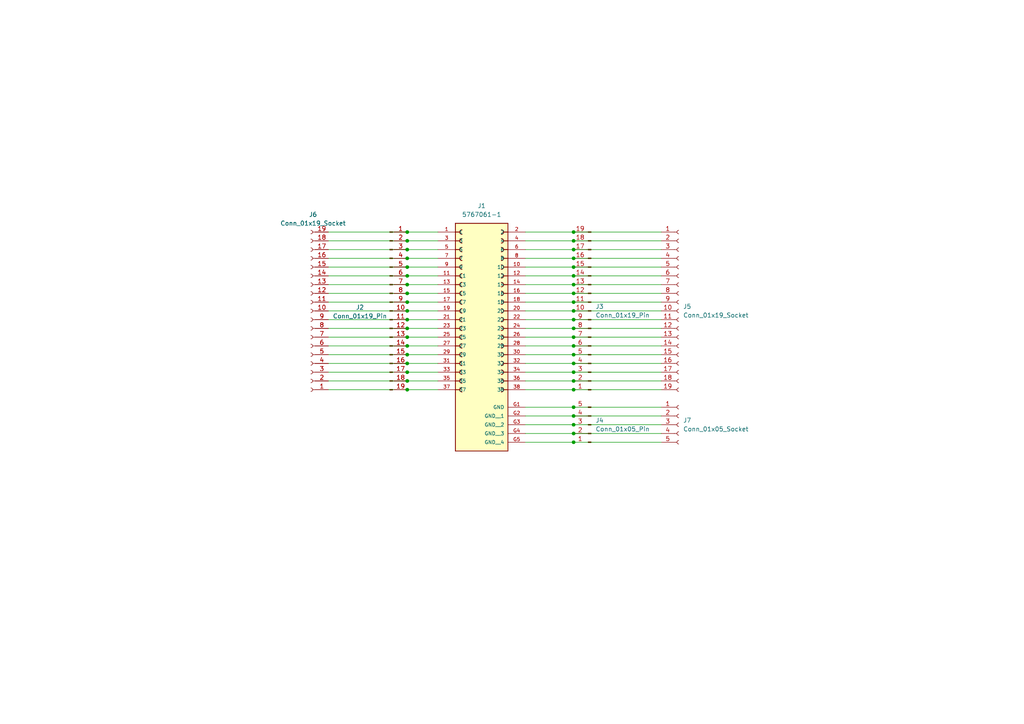
<source format=kicad_sch>
(kicad_sch (version 20250114) (generator "eeschema") (generator_version "9.0")
  (paper "A4")
  (lib_symbols
    (symbol "5767061-1:5767061-1" (pin_names (offset 1.016))
      (property "Reference" "J" (at -7.62 28.702 0))
      (property "Value" "5767061-1" (at -7.62 -40.64 0))
      (symbol "5767061-1_0_0"
        (polyline (pts (xy -7.62 25.4) (xy -6.35 25.4)) (stroke (width 0.254)))
        (polyline (pts (xy -7.62 22.86) (xy -6.35 22.86)) (stroke (width 0.254)))
        (polyline (pts (xy -7.62 20.32) (xy -6.35 20.32)) (stroke (width 0.254)))
        (polyline (pts (xy -7.62 17.78) (xy -6.35 17.78)) (stroke (width 0.254)))
        (polyline (pts (xy -7.62 15.24) (xy -6.35 15.24)) (stroke (width 0.254)))
        (polyline (pts (xy -7.62 12.7) (xy -6.35 12.7)) (stroke (width 0.254)))
        (polyline (pts (xy -7.62 10.16) (xy -6.35 10.16)) (stroke (width 0.254)))
        (polyline (pts (xy -7.62 7.62) (xy -6.35 7.62)) (stroke (width 0.254)))
        (polyline (pts (xy -7.62 5.08) (xy -6.35 5.08)) (stroke (width 0.254)))
        (polyline (pts (xy -7.62 2.54) (xy -6.35 2.54)) (stroke (width 0.254)))
        (polyline (pts (xy -7.62 0) (xy -6.35 0)) (stroke (width 0.254)))
        (polyline (pts (xy -7.62 -2.54) (xy -6.35 -2.54)) (stroke (width 0.254)))
        (polyline (pts (xy -7.62 -5.08) (xy -6.35 -5.08)) (stroke (width 0.254)))
        (polyline (pts (xy -7.62 -7.62) (xy -6.35 -7.62)) (stroke (width 0.254)))
        (polyline (pts (xy -7.62 -10.16) (xy -6.35 -10.16)) (stroke (width 0.254)))
        (polyline (pts (xy -7.62 -12.7) (xy -6.35 -12.7)) (stroke (width 0.254)))
        (polyline (pts (xy -7.62 -15.24) (xy -6.35 -15.24)) (stroke (width 0.254)))
        (polyline (pts (xy -7.62 -17.78) (xy -6.35 -17.78)) (stroke (width 0.254)))
        (polyline (pts (xy -7.62 -20.32) (xy -6.35 -20.32)) (stroke (width 0.254)))
        (rectangle (start -7.62 -38.1) (end 7.62 27.94) (stroke (width 0.254)) (fill (type background)))
        (arc (start -5.715 24.765) (mid -6.3472 25.4) (end -5.715 26.035) (stroke (width 0.254)))
        (arc (start -5.715 22.225) (mid -6.3472 22.86) (end -5.715 23.495) (stroke (width 0.254)))
        (arc (start -5.715 19.685) (mid -6.3472 20.32) (end -5.715 20.955) (stroke (width 0.254)))
        (arc (start -5.715 17.145) (mid -6.3472 17.78) (end -5.715 18.415) (stroke (width 0.254)))
        (arc (start -5.715 14.605) (mid -6.3472 15.24) (end -5.715 15.875) (stroke (width 0.254)))
        (arc (start -5.715 12.065) (mid -6.3472 12.7) (end -5.715 13.335) (stroke (width 0.254)))
        (arc (start -5.715 9.525) (mid -6.3472 10.16) (end -5.715 10.795) (stroke (width 0.254)))
        (arc (start -5.715 6.985) (mid -6.3472 7.62) (end -5.715 8.255) (stroke (width 0.254)))
        (arc (start -5.715 4.445) (mid -6.3472 5.08) (end -5.715 5.715) (stroke (width 0.254)))
        (arc (start -5.715 1.905) (mid -6.3472 2.54) (end -5.715 3.175) (stroke (width 0.254)))
        (arc (start -5.715 -0.635) (mid -6.3472 0) (end -5.715 0.635) (stroke (width 0.254)))
        (arc (start -5.715 -3.175) (mid -6.3472 -2.54) (end -5.715 -1.905) (stroke (width 0.254)))
        (arc (start -5.715 -5.715) (mid -6.3472 -5.08) (end -5.715 -4.445) (stroke (width 0.254)))
        (arc (start -5.715 -8.255) (mid -6.3472 -7.62) (end -5.715 -6.985) (stroke (width 0.254)))
        (arc (start -5.715 -10.795) (mid -6.3472 -10.16) (end -5.715 -9.525) (stroke (width 0.254)))
        (arc (start -5.715 -13.335) (mid -6.3472 -12.7) (end -5.715 -12.065) (stroke (width 0.254)))
        (arc (start -5.715 -15.875) (mid -6.3472 -15.24) (end -5.715 -14.605) (stroke (width 0.254)))
        (arc (start -5.715 -18.415) (mid -6.3472 -17.78) (end -5.715 -17.145) (stroke (width 0.254)))
        (arc (start -5.715 -20.955) (mid -6.3472 -20.32) (end -5.715 -19.685) (stroke (width 0.254)))
        (arc (start 5.715 26.035) (mid 6.3472 25.4) (end 5.715 24.765) (stroke (width 0.254)))
        (arc (start 5.715 23.495) (mid 6.3472 22.86) (end 5.715 22.225) (stroke (width 0.254)))
        (arc (start 5.715 20.955) (mid 6.3472 20.32) (end 5.715 19.685) (stroke (width 0.254)))
        (arc (start 5.715 18.415) (mid 6.3472 17.78) (end 5.715 17.145) (stroke (width 0.254)))
        (arc (start 5.715 15.875) (mid 6.3472 15.24) (end 5.715 14.605) (stroke (width 0.254)))
        (arc (start 5.715 13.335) (mid 6.3472 12.7) (end 5.715 12.065) (stroke (width 0.254)))
        (arc (start 5.715 10.795) (mid 6.3472 10.16) (end 5.715 9.525) (stroke (width 0.254)))
        (arc (start 5.715 8.255) (mid 6.3472 7.62) (end 5.715 6.985) (stroke (width 0.254)))
        (arc (start 5.715 5.715) (mid 6.3472 5.08) (end 5.715 4.445) (stroke (width 0.254)))
        (arc (start 5.715 3.175) (mid 6.3472 2.54) (end 5.715 1.905) (stroke (width 0.254)))
        (arc (start 5.715 0.635) (mid 6.3472 0) (end 5.715 -0.635) (stroke (width 0.254)))
        (arc (start 5.715 -1.905) (mid 6.3472 -2.54) (end 5.715 -3.175) (stroke (width 0.254)))
        (arc (start 5.715 -4.445) (mid 6.3472 -5.08) (end 5.715 -5.715) (stroke (width 0.254)))
        (arc (start 5.715 -6.985) (mid 6.3472 -7.62) (end 5.715 -8.255) (stroke (width 0.254)))
        (arc (start 5.715 -9.525) (mid 6.3472 -10.16) (end 5.715 -10.795) (stroke (width 0.254)))
        (arc (start 5.715 -12.065) (mid 6.3472 -12.7) (end 5.715 -13.335) (stroke (width 0.254)))
        (arc (start 5.715 -14.605) (mid 6.3472 -15.24) (end 5.715 -15.875) (stroke (width 0.254)))
        (arc (start 5.715 -17.145) (mid 6.3472 -17.78) (end 5.715 -18.415) (stroke (width 0.254)))
        (arc (start 5.715 -19.685) (mid 6.3472 -20.32) (end 5.715 -20.955) (stroke (width 0.254)))
        (polyline (pts (xy 7.62 25.4) (xy 6.35 25.4)) (stroke (width 0.254)))
        (polyline (pts (xy 7.62 22.86) (xy 6.35 22.86)) (stroke (width 0.254)))
        (polyline (pts (xy 7.62 20.32) (xy 6.35 20.32)) (stroke (width 0.254)))
        (polyline (pts (xy 7.62 17.78) (xy 6.35 17.78)) (stroke (width 0.254)))
        (polyline (pts (xy 7.62 15.24) (xy 6.35 15.24)) (stroke (width 0.254)))
        (polyline (pts (xy 7.62 12.7) (xy 6.35 12.7)) (stroke (width 0.254)))
        (polyline (pts (xy 7.62 10.16) (xy 6.35 10.16)) (stroke (width 0.254)))
        (polyline (pts (xy 7.62 7.62) (xy 6.35 7.62)) (stroke (width 0.254)))
        (polyline (pts (xy 7.62 5.08) (xy 6.35 5.08)) (stroke (width 0.254)))
        (polyline (pts (xy 7.62 2.54) (xy 6.35 2.54)) (stroke (width 0.254)))
        (polyline (pts (xy 7.62 0) (xy 6.35 0)) (stroke (width 0.254)))
        (polyline (pts (xy 7.62 -2.54) (xy 6.35 -2.54)) (stroke (width 0.254)))
        (polyline (pts (xy 7.62 -5.08) (xy 6.35 -5.08)) (stroke (width 0.254)))
        (polyline (pts (xy 7.62 -7.62) (xy 6.35 -7.62)) (stroke (width 0.254)))
        (polyline (pts (xy 7.62 -10.16) (xy 6.35 -10.16)) (stroke (width 0.254)))
        (polyline (pts (xy 7.62 -12.7) (xy 6.35 -12.7)) (stroke (width 0.254)))
        (polyline (pts (xy 7.62 -15.24) (xy 6.35 -15.24)) (stroke (width 0.254)))
        (polyline (pts (xy 7.62 -17.78) (xy 6.35 -17.78)) (stroke (width 0.254)))
        (polyline (pts (xy 7.62 -20.32) (xy 6.35 -20.32)) (stroke (width 0.254)))
        (pin passive line (at -12.7 25.4 0) (length 5.08) (name "1") (number "1"))
        (pin passive line (at -12.7 22.86 0) (length 5.08) (name "3") (number "3"))
        (pin passive line (at -12.7 20.32 0) (length 5.08) (name "5") (number "5"))
        (pin passive line (at -12.7 17.78 0) (length 5.08) (name "7") (number "7"))
        (pin passive line (at -12.7 15.24 0) (length 5.08) (name "9") (number "9"))
        (pin passive line (at -12.7 12.7 0) (length 5.08) (name "11") (number "11"))
        (pin passive line (at -12.7 10.16 0) (length 5.08) (name "13") (number "13"))
        (pin passive line (at -12.7 7.62 0) (length 5.08) (name "15") (number "15"))
        (pin passive line (at -12.7 5.08 0) (length 5.08) (name "17") (number "17"))
        (pin passive line (at -12.7 2.54 0) (length 5.08) (name "19") (number "19"))
        (pin passive line (at -12.7 0 0) (length 5.08) (name "21") (number "21"))
        (pin passive line (at -12.7 -2.54 0) (length 5.08) (name "23") (number "23"))
        (pin passive line (at -12.7 -5.08 0) (length 5.08) (name "25") (number "25"))
        (pin passive line (at -12.7 -7.62 0) (length 5.08) (name "27") (number "27"))
        (pin passive line (at -12.7 -10.16 0) (length 5.08) (name "29") (number "29"))
        (pin passive line (at -12.7 -12.7 0) (length 5.08) (name "31") (number "31"))
        (pin passive line (at -12.7 -15.24 0) (length 5.08) (name "33") (number "33"))
        (pin passive line (at -12.7 -17.78 0) (length 5.08) (name "35") (number "35"))
        (pin passive line (at -12.7 -20.32 0) (length 5.08) (name "37") (number "37"))
        (pin passive line (at 12.7 25.4 180) (length 5.08) (name "2") (number "2"))
        (pin passive line (at 12.7 22.86 180) (length 5.08) (name "4") (number "4"))
        (pin passive line (at 12.7 20.32 180) (length 5.08) (name "6") (number "6"))
        (pin passive line (at 12.7 17.78 180) (length 5.08) (name "8") (number "8"))
        (pin passive line (at 12.7 15.24 180) (length 5.08) (name "10") (number "10"))
        (pin passive line (at 12.7 12.7 180) (length 5.08) (name "12") (number "12"))
        (pin passive line (at 12.7 10.16 180) (length 5.08) (name "14") (number "14"))
        (pin passive line (at 12.7 7.62 180) (length 5.08) (name "16") (number "16"))
        (pin passive line (at 12.7 5.08 180) (length 5.08) (name "18") (number "18"))
        (pin passive line (at 12.7 2.54 180) (length 5.08) (name "20") (number "20"))
        (pin passive line (at 12.7 0 180) (length 5.08) (name "22") (number "22"))
        (pin passive line (at 12.7 -2.54 180) (length 5.08) (name "24") (number "24"))
        (pin passive line (at 12.7 -5.08 180) (length 5.08) (name "26") (number "26"))
        (pin passive line (at 12.7 -7.62 180) (length 5.08) (name "28") (number "28"))
        (pin passive line (at 12.7 -10.16 180) (length 5.08) (name "30") (number "30"))
        (pin passive line (at 12.7 -12.7 180) (length 5.08) (name "32") (number "32"))
        (pin passive line (at 12.7 -15.24 180) (length 5.08) (name "34") (number "34"))
        (pin passive line (at 12.7 -17.78 180) (length 5.08) (name "36") (number "36"))
        (pin passive line (at 12.7 -20.32 180) (length 5.08) (name "38") (number "38"))
        (pin power_in line (at 12.7 -25.4 180) (length 5.08) (name "GND") (number "G1"))
        (pin power_in line (at 12.7 -27.94 180) (length 5.08) (name "GND__1") (number "G2"))
        (pin power_in line (at 12.7 -30.48 180) (length 5.08) (name "GND__2") (number "G3"))
        (pin power_in line (at 12.7 -33.02 180) (length 5.08) (name "GND__3") (number "G4"))
        (pin power_in line (at 12.7 -35.56 180) (length 5.08) (name "GND__4") (number "G5"))
      )
    )
    (symbol "Connector:Conn_01x05_Pin" (pin_names (offset 1.016) (hide yes))
      (property "Reference" "J" (at 0 7.62 0))
      (property "Value" "Conn_01x05_Pin" (at 0 -7.62 0))
      (symbol "Conn_01x05_Pin_1_1"
        (rectangle (start 0.8636 5.207) (end 0 4.953) (stroke (width 0.1524)) (fill (type outline)))
        (rectangle (start 0.8636 2.667) (end 0 2.413) (stroke (width 0.1524)) (fill (type outline)))
        (rectangle (start 0.8636 0.127) (end 0 -0.127) (stroke (width 0.1524)) (fill (type outline)))
        (rectangle (start 0.8636 -2.413) (end 0 -2.667) (stroke (width 0.1524)) (fill (type outline)))
        (rectangle (start 0.8636 -4.953) (end 0 -5.207) (stroke (width 0.1524)) (fill (type outline)))
        (polyline (pts (xy 1.27 5.08) (xy 0.8636 5.08)) (stroke (width 0.1524)))
        (polyline (pts (xy 1.27 2.54) (xy 0.8636 2.54)) (stroke (width 0.1524)))
        (polyline (pts (xy 1.27 0) (xy 0.8636 0)) (stroke (width 0.1524)))
        (polyline (pts (xy 1.27 -2.54) (xy 0.8636 -2.54)) (stroke (width 0.1524)))
        (polyline (pts (xy 1.27 -5.08) (xy 0.8636 -5.08)) (stroke (width 0.1524)))
        (pin passive line (at 5.08 5.08 180) (length 3.81) (name "Pin_1") (number "1"))
        (pin passive line (at 5.08 2.54 180) (length 3.81) (name "Pin_2") (number "2"))
        (pin passive line (at 5.08 0 180) (length 3.81) (name "Pin_3") (number "3"))
        (pin passive line (at 5.08 -2.54 180) (length 3.81) (name "Pin_4") (number "4"))
        (pin passive line (at 5.08 -5.08 180) (length 3.81) (name "Pin_5") (number "5"))
      )
    )
    (symbol "Connector:Conn_01x05_Socket" (pin_names (offset 1.016) (hide yes))
      (property "Reference" "J" (at 0 7.62 0))
      (property "Value" "Conn_01x05_Socket" (at 0 -7.62 0))
      (symbol "Conn_01x05_Socket_1_1"
        (polyline (pts (xy -1.27 5.08) (xy -0.508 5.08)) (stroke (width 0.1524)))
        (polyline (pts (xy -1.27 2.54) (xy -0.508 2.54)) (stroke (width 0.1524)))
        (polyline (pts (xy -1.27 0) (xy -0.508 0)) (stroke (width 0.1524)))
        (polyline (pts (xy -1.27 -2.54) (xy -0.508 -2.54)) (stroke (width 0.1524)))
        (polyline (pts (xy -1.27 -5.08) (xy -0.508 -5.08)) (stroke (width 0.1524)))
        (arc (start 0 4.572) (mid -0.5058 5.08) (end 0 5.588) (stroke (width 0.1524)))
        (arc (start 0 2.032) (mid -0.5058 2.54) (end 0 3.048) (stroke (width 0.1524)))
        (arc (start 0 -0.508) (mid -0.5058 0) (end 0 0.508) (stroke (width 0.1524)))
        (arc (start 0 -3.048) (mid -0.5058 -2.54) (end 0 -2.032) (stroke (width 0.1524)))
        (arc (start 0 -5.588) (mid -0.5058 -5.08) (end 0 -4.572) (stroke (width 0.1524)))
        (pin passive line (at -5.08 5.08 0) (length 3.81) (name "Pin_1") (number "1"))
        (pin passive line (at -5.08 2.54 0) (length 3.81) (name "Pin_2") (number "2"))
        (pin passive line (at -5.08 0 0) (length 3.81) (name "Pin_3") (number "3"))
        (pin passive line (at -5.08 -2.54 0) (length 3.81) (name "Pin_4") (number "4"))
        (pin passive line (at -5.08 -5.08 0) (length 3.81) (name "Pin_5") (number "5"))
      )
    )
    (symbol "Connector:Conn_01x19_Pin" (pin_names (offset 1.016) (hide yes))
      (property "Reference" "J" (at 0 25.4 0))
      (property "Value" "Conn_01x19_Pin" (at 0 -25.4 0))
      (symbol "Conn_01x19_Pin_1_1"
        (rectangle (start 0.8636 22.987) (end 0 22.733) (stroke (width 0.1524)) (fill (type outline)))
        (rectangle (start 0.8636 20.447) (end 0 20.193) (stroke (width 0.1524)) (fill (type outline)))
        (rectangle (start 0.8636 17.907) (end 0 17.653) (stroke (width 0.1524)) (fill (type outline)))
        (rectangle (start 0.8636 15.367) (end 0 15.113) (stroke (width 0.1524)) (fill (type outline)))
        (rectangle (start 0.8636 12.827) (end 0 12.573) (stroke (width 0.1524)) (fill (type outline)))
        (rectangle (start 0.8636 10.287) (end 0 10.033) (stroke (width 0.1524)) (fill (type outline)))
        (rectangle (start 0.8636 7.747) (end 0 7.493) (stroke (width 0.1524)) (fill (type outline)))
        (rectangle (start 0.8636 5.207) (end 0 4.953) (stroke (width 0.1524)) (fill (type outline)))
        (rectangle (start 0.8636 2.667) (end 0 2.413) (stroke (width 0.1524)) (fill (type outline)))
        (rectangle (start 0.8636 0.127) (end 0 -0.127) (stroke (width 0.1524)) (fill (type outline)))
        (rectangle (start 0.8636 -2.413) (end 0 -2.667) (stroke (width 0.1524)) (fill (type outline)))
        (rectangle (start 0.8636 -4.953) (end 0 -5.207) (stroke (width 0.1524)) (fill (type outline)))
        (rectangle (start 0.8636 -7.493) (end 0 -7.747) (stroke (width 0.1524)) (fill (type outline)))
        (rectangle (start 0.8636 -10.033) (end 0 -10.287) (stroke (width 0.1524)) (fill (type outline)))
        (rectangle (start 0.8636 -12.573) (end 0 -12.827) (stroke (width 0.1524)) (fill (type outline)))
        (rectangle (start 0.8636 -15.113) (end 0 -15.367) (stroke (width 0.1524)) (fill (type outline)))
        (rectangle (start 0.8636 -17.653) (end 0 -17.907) (stroke (width 0.1524)) (fill (type outline)))
        (rectangle (start 0.8636 -20.193) (end 0 -20.447) (stroke (width 0.1524)) (fill (type outline)))
        (rectangle (start 0.8636 -22.733) (end 0 -22.987) (stroke (width 0.1524)) (fill (type outline)))
        (polyline (pts (xy 1.27 22.86) (xy 0.8636 22.86)) (stroke (width 0.1524)))
        (polyline (pts (xy 1.27 20.32) (xy 0.8636 20.32)) (stroke (width 0.1524)))
        (polyline (pts (xy 1.27 17.78) (xy 0.8636 17.78)) (stroke (width 0.1524)))
        (polyline (pts (xy 1.27 15.24) (xy 0.8636 15.24)) (stroke (width 0.1524)))
        (polyline (pts (xy 1.27 12.7) (xy 0.8636 12.7)) (stroke (width 0.1524)))
        (polyline (pts (xy 1.27 10.16) (xy 0.8636 10.16)) (stroke (width 0.1524)))
        (polyline (pts (xy 1.27 7.62) (xy 0.8636 7.62)) (stroke (width 0.1524)))
        (polyline (pts (xy 1.27 5.08) (xy 0.8636 5.08)) (stroke (width 0.1524)))
        (polyline (pts (xy 1.27 2.54) (xy 0.8636 2.54)) (stroke (width 0.1524)))
        (polyline (pts (xy 1.27 0) (xy 0.8636 0)) (stroke (width 0.1524)))
        (polyline (pts (xy 1.27 -2.54) (xy 0.8636 -2.54)) (stroke (width 0.1524)))
        (polyline (pts (xy 1.27 -5.08) (xy 0.8636 -5.08)) (stroke (width 0.1524)))
        (polyline (pts (xy 1.27 -7.62) (xy 0.8636 -7.62)) (stroke (width 0.1524)))
        (polyline (pts (xy 1.27 -10.16) (xy 0.8636 -10.16)) (stroke (width 0.1524)))
        (polyline (pts (xy 1.27 -12.7) (xy 0.8636 -12.7)) (stroke (width 0.1524)))
        (polyline (pts (xy 1.27 -15.24) (xy 0.8636 -15.24)) (stroke (width 0.1524)))
        (polyline (pts (xy 1.27 -17.78) (xy 0.8636 -17.78)) (stroke (width 0.1524)))
        (polyline (pts (xy 1.27 -20.32) (xy 0.8636 -20.32)) (stroke (width 0.1524)))
        (polyline (pts (xy 1.27 -22.86) (xy 0.8636 -22.86)) (stroke (width 0.1524)))
        (pin passive line (at 5.08 22.86 180) (length 3.81) (name "Pin_1") (number "1"))
        (pin passive line (at 5.08 20.32 180) (length 3.81) (name "Pin_2") (number "2"))
        (pin passive line (at 5.08 17.78 180) (length 3.81) (name "Pin_3") (number "3"))
        (pin passive line (at 5.08 15.24 180) (length 3.81) (name "Pin_4") (number "4"))
        (pin passive line (at 5.08 12.7 180) (length 3.81) (name "Pin_5") (number "5"))
        (pin passive line (at 5.08 10.16 180) (length 3.81) (name "Pin_6") (number "6"))
        (pin passive line (at 5.08 7.62 180) (length 3.81) (name "Pin_7") (number "7"))
        (pin passive line (at 5.08 5.08 180) (length 3.81) (name "Pin_8") (number "8"))
        (pin passive line (at 5.08 2.54 180) (length 3.81) (name "Pin_9") (number "9"))
        (pin passive line (at 5.08 0 180) (length 3.81) (name "Pin_10") (number "10"))
        (pin passive line (at 5.08 -2.54 180) (length 3.81) (name "Pin_11") (number "11"))
        (pin passive line (at 5.08 -5.08 180) (length 3.81) (name "Pin_12") (number "12"))
        (pin passive line (at 5.08 -7.62 180) (length 3.81) (name "Pin_13") (number "13"))
        (pin passive line (at 5.08 -10.16 180) (length 3.81) (name "Pin_14") (number "14"))
        (pin passive line (at 5.08 -12.7 180) (length 3.81) (name "Pin_15") (number "15"))
        (pin passive line (at 5.08 -15.24 180) (length 3.81) (name "Pin_16") (number "16"))
        (pin passive line (at 5.08 -17.78 180) (length 3.81) (name "Pin_17") (number "17"))
        (pin passive line (at 5.08 -20.32 180) (length 3.81) (name "Pin_18") (number "18"))
        (pin passive line (at 5.08 -22.86 180) (length 3.81) (name "Pin_19") (number "19"))
      )
    )
    (symbol "Connector:Conn_01x19_Socket" (pin_names (offset 1.016) (hide yes))
      (property "Reference" "J" (at 0 25.4 0))
      (property "Value" "Conn_01x19_Socket" (at 0 -25.4 0))
      (symbol "Conn_01x19_Socket_1_1"
        (polyline (pts (xy -1.27 22.86) (xy -0.508 22.86)) (stroke (width 0.1524)))
        (polyline (pts (xy -1.27 20.32) (xy -0.508 20.32)) (stroke (width 0.1524)))
        (polyline (pts (xy -1.27 17.78) (xy -0.508 17.78)) (stroke (width 0.1524)))
        (polyline (pts (xy -1.27 15.24) (xy -0.508 15.24)) (stroke (width 0.1524)))
        (polyline (pts (xy -1.27 12.7) (xy -0.508 12.7)) (stroke (width 0.1524)))
        (polyline (pts (xy -1.27 10.16) (xy -0.508 10.16)) (stroke (width 0.1524)))
        (polyline (pts (xy -1.27 7.62) (xy -0.508 7.62)) (stroke (width 0.1524)))
        (polyline (pts (xy -1.27 5.08) (xy -0.508 5.08)) (stroke (width 0.1524)))
        (polyline (pts (xy -1.27 2.54) (xy -0.508 2.54)) (stroke (width 0.1524)))
        (polyline (pts (xy -1.27 0) (xy -0.508 0)) (stroke (width 0.1524)))
        (polyline (pts (xy -1.27 -2.54) (xy -0.508 -2.54)) (stroke (width 0.1524)))
        (polyline (pts (xy -1.27 -5.08) (xy -0.508 -5.08)) (stroke (width 0.1524)))
        (polyline (pts (xy -1.27 -7.62) (xy -0.508 -7.62)) (stroke (width 0.1524)))
        (polyline (pts (xy -1.27 -10.16) (xy -0.508 -10.16)) (stroke (width 0.1524)))
        (polyline (pts (xy -1.27 -12.7) (xy -0.508 -12.7)) (stroke (width 0.1524)))
        (polyline (pts (xy -1.27 -15.24) (xy -0.508 -15.24)) (stroke (width 0.1524)))
        (polyline (pts (xy -1.27 -17.78) (xy -0.508 -17.78)) (stroke (width 0.1524)))
        (polyline (pts (xy -1.27 -20.32) (xy -0.508 -20.32)) (stroke (width 0.1524)))
        (polyline (pts (xy -1.27 -22.86) (xy -0.508 -22.86)) (stroke (width 0.1524)))
        (arc (start 0 22.352) (mid -0.5058 22.86) (end 0 23.368) (stroke (width 0.1524)))
        (arc (start 0 19.812) (mid -0.5058 20.32) (end 0 20.828) (stroke (width 0.1524)))
        (arc (start 0 17.272) (mid -0.5058 17.78) (end 0 18.288) (stroke (width 0.1524)))
        (arc (start 0 14.732) (mid -0.5058 15.24) (end 0 15.748) (stroke (width 0.1524)))
        (arc (start 0 12.192) (mid -0.5058 12.7) (end 0 13.208) (stroke (width 0.1524)))
        (arc (start 0 9.652) (mid -0.5058 10.16) (end 0 10.668) (stroke (width 0.1524)))
        (arc (start 0 7.112) (mid -0.5058 7.62) (end 0 8.128) (stroke (width 0.1524)))
        (arc (start 0 4.572) (mid -0.5058 5.08) (end 0 5.588) (stroke (width 0.1524)))
        (arc (start 0 2.032) (mid -0.5058 2.54) (end 0 3.048) (stroke (width 0.1524)))
        (arc (start 0 -0.508) (mid -0.5058 0) (end 0 0.508) (stroke (width 0.1524)))
        (arc (start 0 -3.048) (mid -0.5058 -2.54) (end 0 -2.032) (stroke (width 0.1524)))
        (arc (start 0 -5.588) (mid -0.5058 -5.08) (end 0 -4.572) (stroke (width 0.1524)))
        (arc (start 0 -8.128) (mid -0.5058 -7.62) (end 0 -7.112) (stroke (width 0.1524)))
        (arc (start 0 -10.668) (mid -0.5058 -10.16) (end 0 -9.652) (stroke (width 0.1524)))
        (arc (start 0 -13.208) (mid -0.5058 -12.7) (end 0 -12.192) (stroke (width 0.1524)))
        (arc (start 0 -15.748) (mid -0.5058 -15.24) (end 0 -14.732) (stroke (width 0.1524)))
        (arc (start 0 -18.288) (mid -0.5058 -17.78) (end 0 -17.272) (stroke (width 0.1524)))
        (arc (start 0 -20.828) (mid -0.5058 -20.32) (end 0 -19.812) (stroke (width 0.1524)))
        (arc (start 0 -23.368) (mid -0.5058 -22.86) (end 0 -22.352) (stroke (width 0.1524)))
        (pin passive line (at -5.08 22.86 0) (length 3.81) (name "Pin_1") (number "1"))
        (pin passive line (at -5.08 20.32 0) (length 3.81) (name "Pin_2") (number "2"))
        (pin passive line (at -5.08 17.78 0) (length 3.81) (name "Pin_3") (number "3"))
        (pin passive line (at -5.08 15.24 0) (length 3.81) (name "Pin_4") (number "4"))
        (pin passive line (at -5.08 12.7 0) (length 3.81) (name "Pin_5") (number "5"))
        (pin passive line (at -5.08 10.16 0) (length 3.81) (name "Pin_6") (number "6"))
        (pin passive line (at -5.08 7.62 0) (length 3.81) (name "Pin_7") (number "7"))
        (pin passive line (at -5.08 5.08 0) (length 3.81) (name "Pin_8") (number "8"))
        (pin passive line (at -5.08 2.54 0) (length 3.81) (name "Pin_9") (number "9"))
        (pin passive line (at -5.08 0 0) (length 3.81) (name "Pin_10") (number "10"))
        (pin passive line (at -5.08 -2.54 0) (length 3.81) (name "Pin_11") (number "11"))
        (pin passive line (at -5.08 -5.08 0) (length 3.81) (name "Pin_12") (number "12"))
        (pin passive line (at -5.08 -7.62 0) (length 3.81) (name "Pin_13") (number "13"))
        (pin passive line (at -5.08 -10.16 0) (length 3.81) (name "Pin_14") (number "14"))
        (pin passive line (at -5.08 -12.7 0) (length 3.81) (name "Pin_15") (number "15"))
        (pin passive line (at -5.08 -15.24 0) (length 3.81) (name "Pin_16") (number "16"))
        (pin passive line (at -5.08 -17.78 0) (length 3.81) (name "Pin_17") (number "17"))
        (pin passive line (at -5.08 -20.32 0) (length 3.81) (name "Pin_18") (number "18"))
        (pin passive line (at -5.08 -22.86 0) (length 3.81) (name "Pin_19") (number "19"))
      )
    )
  )
  (junction (at 166.37 67.31))
  (junction (at 166.37 95.25))
  (junction (at 118.11 97.79))
  (junction (at 166.37 120.65))
  (junction (at 118.11 87.63))
  (junction (at 118.11 100.33))
  (junction (at 118.11 85.09))
  (junction (at 166.37 123.19))
  (junction (at 166.37 72.39))
  (junction (at 166.37 102.87))
  (junction (at 118.11 107.95))
  (junction (at 118.11 72.39))
  (junction (at 118.11 105.41))
  (junction (at 166.37 92.71))
  (junction (at 118.11 102.87))
  (junction (at 166.37 97.79))
  (junction (at 166.37 113.03))
  (junction (at 118.11 77.47))
  (junction (at 118.11 82.55))
  (junction (at 118.11 113.03))
  (junction (at 118.11 74.93))
  (junction (at 118.11 67.31))
  (junction (at 118.11 80.01))
  (junction (at 166.37 69.85))
  (junction (at 166.37 74.93))
  (junction (at 166.37 85.09))
  (junction (at 166.37 77.47))
  (junction (at 118.11 90.17))
  (junction (at 166.37 100.33))
  (junction (at 118.11 95.25))
  (junction (at 166.37 128.27))
  (junction (at 118.11 92.71))
  (junction (at 166.37 118.11))
  (junction (at 118.11 69.85))
  (junction (at 166.37 107.95))
  (junction (at 166.37 80.01))
  (junction (at 166.37 110.49))
  (junction (at 118.11 110.49))
  (junction (at 166.37 87.63))
  (junction (at 166.37 82.55))
  (junction (at 166.37 125.73))
  (junction (at 166.37 90.17))
  (junction (at 166.37 105.41))
  (wire (pts (xy 152.4 125.73) (xy 166.37 125.73)))
  (wire (pts (xy 166.37 118.11) (xy 191.77 118.11)))
  (wire (pts (xy 191.77 105.41) (xy 166.37 105.41)))
  (wire (pts (xy 191.77 90.17) (xy 166.37 90.17)))
  (wire (pts (xy 166.37 125.73) (xy 191.77 125.73)))
  (wire (pts (xy 191.77 92.71) (xy 166.37 92.71)))
  (wire (pts (xy 95.25 107.95) (xy 118.11 107.95)))
  (wire (pts (xy 191.77 97.79) (xy 166.37 97.79)))
  (wire (pts (xy 166.37 82.55) (xy 152.4 82.55)))
  (wire (pts (xy 152.4 123.19) (xy 166.37 123.19)))
  (wire (pts (xy 166.37 80.01) (xy 152.4 80.01)))
  (wire (pts (xy 95.25 97.79) (xy 118.11 97.79)))
  (wire (pts (xy 95.25 69.85) (xy 118.11 69.85)))
  (wire (pts (xy 166.37 97.79) (xy 152.4 97.79)))
  (wire (pts (xy 166.37 72.39) (xy 152.4 72.39)))
  (wire (pts (xy 152.4 118.11) (xy 166.37 118.11)))
  (wire (pts (xy 166.37 90.17) (xy 152.4 90.17)))
  (wire (pts (xy 166.37 128.27) (xy 191.77 128.27)))
  (wire (pts (xy 166.37 69.85) (xy 152.4 69.85)))
  (wire (pts (xy 95.25 87.63) (xy 118.11 87.63)))
  (wire (pts (xy 191.77 95.25) (xy 166.37 95.25)))
  (wire (pts (xy 118.11 92.71) (xy 127 92.71)))
  (wire (pts (xy 95.25 74.93) (xy 118.11 74.93)))
  (wire (pts (xy 166.37 107.95) (xy 152.4 107.95)))
  (wire (pts (xy 118.11 67.31) (xy 127 67.31)))
  (wire (pts (xy 118.11 82.55) (xy 127 82.55)))
  (wire (pts (xy 118.11 102.87) (xy 127 102.87)))
  (wire (pts (xy 191.77 67.31) (xy 166.37 67.31)))
  (wire (pts (xy 95.25 100.33) (xy 118.11 100.33)))
  (wire (pts (xy 118.11 105.41) (xy 127 105.41)))
  (wire (pts (xy 95.25 67.31) (xy 118.11 67.31)))
  (wire (pts (xy 191.77 80.01) (xy 166.37 80.01)))
  (wire (pts (xy 118.11 85.09) (xy 127 85.09)))
  (wire (pts (xy 166.37 113.03) (xy 152.4 113.03)))
  (wire (pts (xy 95.25 105.41) (xy 118.11 105.41)))
  (wire (pts (xy 118.11 110.49) (xy 127 110.49)))
  (wire (pts (xy 166.37 92.71) (xy 152.4 92.71)))
  (wire (pts (xy 191.77 113.03) (xy 166.37 113.03)))
  (wire (pts (xy 191.77 87.63) (xy 166.37 87.63)))
  (wire (pts (xy 118.11 69.85) (xy 127 69.85)))
  (wire (pts (xy 152.4 120.65) (xy 166.37 120.65)))
  (wire (pts (xy 166.37 110.49) (xy 152.4 110.49)))
  (wire (pts (xy 95.25 80.01) (xy 118.11 80.01)))
  (wire (pts (xy 118.11 100.33) (xy 127 100.33)))
  (wire (pts (xy 166.37 100.33) (xy 152.4 100.33)))
  (wire (pts (xy 118.11 90.17) (xy 127 90.17)))
  (wire (pts (xy 152.4 128.27) (xy 166.37 128.27)))
  (wire (pts (xy 166.37 105.41) (xy 152.4 105.41)))
  (wire (pts (xy 118.11 113.03) (xy 127 113.03)))
  (wire (pts (xy 118.11 97.79) (xy 127 97.79)))
  (wire (pts (xy 191.77 85.09) (xy 166.37 85.09)))
  (wire (pts (xy 118.11 77.47) (xy 127 77.47)))
  (wire (pts (xy 95.25 82.55) (xy 118.11 82.55)))
  (wire (pts (xy 118.11 87.63) (xy 127 87.63)))
  (wire (pts (xy 191.77 72.39) (xy 166.37 72.39)))
  (wire (pts (xy 191.77 77.47) (xy 166.37 77.47)))
  (wire (pts (xy 166.37 102.87) (xy 152.4 102.87)))
  (wire (pts (xy 191.77 110.49) (xy 166.37 110.49)))
  (wire (pts (xy 166.37 87.63) (xy 152.4 87.63)))
  (wire (pts (xy 95.25 102.87) (xy 118.11 102.87)))
  (wire (pts (xy 191.77 107.95) (xy 166.37 107.95)))
  (wire (pts (xy 95.25 72.39) (xy 118.11 72.39)))
  (wire (pts (xy 118.11 107.95) (xy 127 107.95)))
  (wire (pts (xy 95.25 85.09) (xy 118.11 85.09)))
  (wire (pts (xy 166.37 85.09) (xy 152.4 85.09)))
  (wire (pts (xy 166.37 74.93) (xy 152.4 74.93)))
  (wire (pts (xy 95.25 110.49) (xy 118.11 110.49)))
  (wire (pts (xy 191.77 74.93) (xy 166.37 74.93)))
  (wire (pts (xy 191.77 82.55) (xy 166.37 82.55)))
  (wire (pts (xy 95.25 113.03) (xy 118.11 113.03)))
  (wire (pts (xy 95.25 95.25) (xy 118.11 95.25)))
  (wire (pts (xy 95.25 77.47) (xy 118.11 77.47)))
  (wire (pts (xy 118.11 74.93) (xy 127 74.93)))
  (wire (pts (xy 95.25 92.71) (xy 118.11 92.71)))
  (wire (pts (xy 166.37 95.25) (xy 152.4 95.25)))
  (wire (pts (xy 191.77 102.87) (xy 166.37 102.87)))
  (wire (pts (xy 166.37 67.31) (xy 152.4 67.31)))
  (wire (pts (xy 118.11 80.01) (xy 127 80.01)))
  (wire (pts (xy 166.37 77.47) (xy 152.4 77.47)))
  (wire (pts (xy 191.77 100.33) (xy 166.37 100.33)))
  (wire (pts (xy 166.37 120.65) (xy 191.77 120.65)))
  (wire (pts (xy 118.11 95.25) (xy 127 95.25)))
  (wire (pts (xy 166.37 123.19) (xy 191.77 123.19)))
  (wire (pts (xy 191.77 69.85) (xy 166.37 69.85)))
  (wire (pts (xy 95.25 90.17) (xy 118.11 90.17)))
  (wire (pts (xy 118.11 72.39) (xy 127 72.39)))
  (symbol (lib_id "Connector:Conn_01x19_Pin") (at 113.03 90.17 0) (unit 1)
    (property "Reference" "J2" (at 104.394 89.154 0))
    (property "Value" "Conn_01x19_Pin" (at 104.394 91.694 0))
    (property "Footprint" "Connector_PinHeader_2.54mm:PinHeader_1x19_P2.54mm_Vertical" (effects (hide yes)))
    (property "Description" "Generic connector, single row, 01x19, script generated" (effects (hide yes)))
  )
  (symbol (lib_id "Connector:Conn_01x05_Socket") (at 196.85 123.19 0) (unit 1)
    (property "Reference" "J7" (at 198.12 121.9199 0) (effects (justify left)))
    (property "Value" "Conn_01x05_Socket" (at 198.12 124.4599 0) (effects (justify left)))
    (property "Footprint" "Connector_PinHeader_2.54mm:PinHeader_1x05_P2.54mm_Vertical" (effects (hide yes)))
    (property "Description" "Generic connector, single row, 01x05, script generated" (effects (hide yes)))
  )
  (symbol (lib_id "Connector:Conn_01x19_Pin") (at 171.45 90.17 180) (unit 1)
    (property "Reference" "J3" (at 172.72 88.8999 0) (effects (justify right)))
    (property "Value" "Conn_01x19_Pin" (at 172.72 91.4399 0) (effects (justify right)))
    (property "Footprint" "Connector_PinHeader_2.54mm:PinHeader_1x19_P2.54mm_Vertical" (effects (hide yes)))
    (property "Description" "Generic connector, single row, 01x19, script generated" (effects (hide yes)))
  )
  (symbol (lib_id "5767061-1:5767061-1") (at 139.7 92.71 0) (unit 1)
    (property "Reference" "J1" (at 139.7 59.69 0))
    (property "Value" "5767061-1" (at 139.7 62.23 0))
    (property "Footprint" "Mictor38:TE_5767061-1" (effects (hide yes)))
    (property "PARTREV" "B1" (effects (hide yes)))
    (property "STANDARD" "Manufacturer Recommendations" (effects (hide yes)))
    (property "SNAPEDA_PN" "5767061-1" (effects (hide yes)))
    (property "MAXIMUM_PACKAGE_HEIGHT" "6.35 mm" (effects (hide yes)))
    (property "MANUFACTURER" "TE Connectivity" (effects (hide yes)))
  )
  (symbol (lib_id "Connector:Conn_01x05_Pin") (at 171.45 123.19 180) (unit 1)
    (property "Reference" "J4" (at 172.72 121.9199 0) (effects (justify right)))
    (property "Value" "Conn_01x05_Pin" (at 172.72 124.4599 0) (effects (justify right)))
    (property "Footprint" "Connector_PinHeader_2.54mm:PinHeader_1x05_P2.54mm_Vertical" (effects (hide yes)))
    (property "Description" "Generic connector, single row, 01x05, script generated" (effects (hide yes)))
  )
  (symbol (lib_id "Connector:Conn_01x19_Socket") (at 90.17 90.17 180) (unit 1)
    (property "Reference" "J6" (at 90.805 62.23 0))
    (property "Value" "Conn_01x19_Socket" (at 90.805 64.77 0))
    (property "Footprint" "Connector_PinHeader_2.54mm:PinHeader_1x19_P2.54mm_Vertical" (effects (hide yes)))
    (property "Description" "Generic connector, single row, 01x19, script generated" (effects (hide yes)))
  )
  (symbol (lib_id "Connector:Conn_01x19_Socket") (at 196.85 90.17 0) (unit 1)
    (property "Reference" "J5" (at 198.12 88.8999 0) (effects (justify left)))
    (property "Value" "Conn_01x19_Socket" (at 198.12 91.4399 0) (effects (justify left)))
    (property "Footprint" "Connector_PinHeader_2.54mm:PinHeader_1x19_P2.54mm_Vertical" (effects (hide yes)))
    (property "Description" "Generic connector, single row, 01x19, script generated" (effects (hide yes)))
  )
)
</source>
